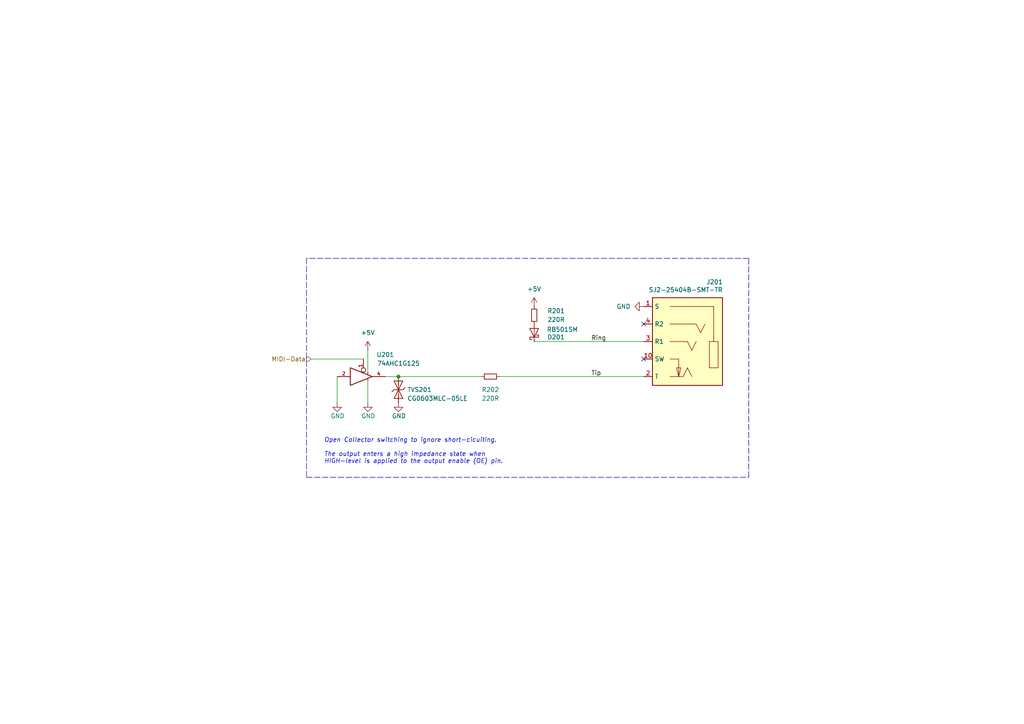
<source format=kicad_sch>
(kicad_sch (version 20250114) (generator "eeschema") (generator_version "9.0")
  (paper "A4")
  (title_block (title "MIDI Out") (date "2025-09-19") (rev "3"))
  (lib_symbols
    (symbol "Device:R_Small" (pin_numbers (hide yes)) (pin_names (offset 0.254) (hide yes))
      (property "Reference" "R" (at 0 0 90))
      (property "Value" "R_Small" (at 1.778 0 90))
      (symbol "R_Small_0_1"
        (rectangle (start -0.762 1.778) (end 0.762 -1.778) (stroke (width 0.2032)))
      )
      (symbol "R_Small_1_1"
        (pin passive line (at 0 2.54 270) (length 0.762) (name "~") (number "1"))
        (pin passive line (at 0 -2.54 90) (length 0.762) (name "~") (number "2"))
      )
    )
    (symbol "V2_74xGxx:74AHC1G125" (pin_names (offset 1.016))
      (property "Reference" "U" (at -8.89 -3.81 0))
      (property "Value" "74AHC1G125" (at -3.81 -6.35 0))
      (symbol "74AHC1G125_0_1"
        (polyline (pts (xy -3.81 2.54) (xy -3.81 -2.54) (xy 2.54 0) (xy -3.81 2.54)) (stroke (width 0.254)))
      )
      (symbol "74AHC1G125_1_1"
        (pin input line (at -7.62 0 0) (length 3.81) (name "") (number "2"))
        (pin input inverted (at 0 5.08 270) (length 3.81) (name "") (number "1"))
        (pin power_in line (at 1.27 1.27 270) (length 0.635) (name "") (number "5"))
        (pin power_in line (at 1.27 -1.27 90) (length 0.635) (name "") (number "3"))
        (pin tri_state line (at 6.35 0 180) (length 3.81) (name "") (number "4"))
      )
    )
    (symbol "V2_Connector_Audio:SJ2-25404B-SMT-TR" (pin_names (offset 0.635))
      (property "Reference" "J" (at -10.1854 15.2654 0))
      (property "Value" "SJ2-25404B-SMT-TR" (at -10.414 -17.78 0))
      (symbol "SJ2-25404B-SMT-TR_0_0"
        (rectangle (start -10.16 12.7) (end 10.16 -12.7) (stroke (width 0.254)) (fill (type background)))
        (polyline (pts (xy -8.89 0) (xy -8.89 -7.62)) (stroke (width 0.1524)))
        (polyline (pts (xy -8.89 -7.62) (xy -6.35 -7.62)) (stroke (width 0.1524)))
        (polyline (pts (xy -7.62 10.16) (xy -7.62 0)) (stroke (width 0.1524)))
        (polyline (pts (xy -7.62 0) (xy -8.89 0)) (stroke (width 0.1524)))
        (polyline (pts (xy -6.35 0) (xy -7.62 0)) (stroke (width 0.1524)))
        (polyline (pts (xy -6.35 -7.62) (xy -6.35 0)) (stroke (width 0.1524)))
        (polyline (pts (xy -3.81 2.54) (xy -5.08 5.08)) (stroke (width 0.1524)))
        (polyline (pts (xy -2.54 5.08) (xy -3.81 2.54)) (stroke (width 0.1524)))
        (polyline (pts (xy -1.27 -2.54) (xy -2.54 0)) (stroke (width 0.1524)))
        (polyline (pts (xy 0 0) (xy -1.27 -2.54)) (stroke (width 0.1524)))
        (polyline (pts (xy 0 -7.62) (xy -1.27 -10.16)) (stroke (width 0.1524)))
        (polyline (pts (xy 1.27 -10.16) (xy 0 -7.62)) (stroke (width 0.1524)))
        (polyline (pts (xy 2.54 -5.08) (xy 2.54 -10.16)) (stroke (width 0.1524)))
        (polyline (pts (xy 2.54 -10.16) (xy 1.27 -10.16)) (stroke (width 0.1524)))
        (polyline (pts (xy 2.54 -10.16) (xy 1.905 -7.62) (xy 3.175 -7.62) (xy 2.54 -10.16)) (stroke (width 0.1524)) (fill (type background)))
        (polyline (pts (xy 5.08 10.16) (xy -7.62 10.16)) (stroke (width 0.1524)))
        (polyline (pts (xy 5.08 5.08) (xy -2.54 5.08)) (stroke (width 0.1524)))
        (polyline (pts (xy 5.08 0) (xy 0 0)) (stroke (width 0.1524)))
        (polyline (pts (xy 5.08 -5.08) (xy 2.54 -5.08)) (stroke (width 0.1524)))
        (polyline (pts (xy 5.08 -10.16) (xy 2.54 -10.16)) (stroke (width 0.1524)))
      )
      (symbol "SJ2-25404B-SMT-TR_1_0"
        (pin passive line (at 12.7 10.16 180) (length 2.54) (name "S") (number "1"))
        (pin passive line (at 12.7 5.08 180) (length 2.54) (name "R2") (number "4"))
        (pin passive line (at 12.7 0 180) (length 2.54) (name "R1") (number "3"))
        (pin passive line (at 12.7 -5.08 180) (length 2.54) (name "SW") (number "10"))
        (pin passive line (at 12.7 -10.16 180) (length 2.54) (name "T") (number "2"))
      )
    )
    (symbol "V2_Diode:CG0603MLC-05LE" (pin_numbers (hide yes)) (pin_names (hide yes))
      (property "Reference" "TVS" (at -1.27 3.81 0))
      (property "Value" "CG0603MLC-05LE" (at 0 -3.81 0))
      (symbol "CG0603MLC-05LE_0_1"
        (polyline (pts (xy -2.54 -1.27) (xy -2.54 1.27) (xy 0 0) (xy -2.54 -1.27)) (stroke (width 0.2032)))
        (polyline (pts (xy 0 1.27) (xy -0.635 1.905) (xy 0 1.27) (xy 0 -1.27) (xy 0.635 -1.905) (xy 0 -1.27)) (stroke (width 0.2032)))
        (polyline (pts (xy 1.27 0) (xy -1.27 0)))
        (polyline (pts (xy 2.54 1.27) (xy 2.54 -1.27) (xy 0 0) (xy 2.54 1.27)) (stroke (width 0.2032)))
      )
      (symbol "CG0603MLC-05LE_1_1"
        (pin passive line (at -3.81 0 0) (length 2.54) (name "K") (number "1"))
        (pin passive line (at 3.81 0 180) (length 2.54) (name "A") (number "2"))
      )
    )
    (symbol "V2_Diode:RB501SM" (pin_numbers (hide yes)) (pin_names (hide yes))
      (property "Reference" "D" (at 0 2.54 0))
      (property "Value" "RB501SM" (at 0 -3.81 0))
      (symbol "RB501SM_0_1"
        (polyline (pts (xy -1.905 0.635) (xy -1.905 1.27) (xy -1.27 1.27) (xy -1.27 -1.27) (xy -0.635 -1.27) (xy -0.635 -0.635)) (stroke (width 0.2032)))
        (polyline (pts (xy 1.27 1.27) (xy 1.27 -1.27) (xy -1.27 0) (xy 1.27 1.27)) (stroke (width 0.2032)))
        (polyline (pts (xy 1.27 0) (xy -1.27 0)))
      )
      (symbol "RB501SM_1_1"
        (pin passive line (at -2.54 0 0) (length 1.27) (name "K") (number "1"))
        (pin passive line (at 2.54 0 180) (length 1.27) (name "A") (number "2"))
      )
    )
    (symbol "power:+5V" (power) (pin_numbers (hide yes)) (pin_names (offset 0) (hide yes))
      (property "Value" "+5V" (at 0 3.556 0))
      (symbol "+5V_0_1"
        (polyline (pts (xy -0.762 1.27) (xy 0 2.54)))
        (polyline (pts (xy 0 2.54) (xy 0.762 1.27)))
        (polyline (pts (xy 0 0) (xy 0 2.54)))
      )
      (symbol "+5V_1_1"
        (pin power_in line (at 0 0 90) (length 0) (name "~") (number "1"))
      )
    )
    (symbol "power:GND" (power) (pin_numbers (hide yes)) (pin_names (offset 0) (hide yes))
      (property "Value" "GND" (at 0 -3.81 0))
      (symbol "GND_0_1"
        (polyline (pts (xy 0 0) (xy 0 -1.27) (xy 1.27 -1.27) (xy 0 -2.54) (xy -1.27 -1.27) (xy 0 -1.27)))
      )
      (symbol "GND_1_1"
        (pin power_in line (at 0 0 270) (length 0) (name "~") (number "1"))
      )
    )
  )
  (text "﻿Open Collector switching to ignore short-cicuiting.\n\nThe output enters a high impedance state when \nHIGH-level is applied to the output enable (OE) pin." (at 93.98 134.62 0) (effects (font (size 1.27 1.27) (italic yes)) (justify left bottom)))
  (junction (at 115.57 109.22))
  (no_connect (at 186.69 104.14))
  (no_connect (at 186.69 93.98))
  (wire (pts (xy 144.78 109.22) (xy 186.69 109.22)))
  (wire (pts (xy 90.17 104.14) (xy 105.41 104.14)))
  (wire (pts (xy 154.94 99.06) (xy 186.69 99.06)))
  (polyline (pts (xy 217.17 74.93) (xy 88.9 74.93)) (stroke (width 0) (type dash)))
  (wire (pts (xy 111.76 109.22) (xy 115.57 109.22)))
  (wire (pts (xy 115.57 109.22) (xy 139.7 109.22)))
  (wire (pts (xy 97.79 109.22) (xy 97.79 116.84)))
  (wire (pts (xy 106.68 110.49) (xy 106.68 116.84)))
  (wire (pts (xy 106.68 101.6) (xy 106.68 107.95)))
  (polyline (pts (xy 217.17 138.43) (xy 217.17 74.93)) (stroke (width 0) (type dash)))
  (polyline (pts (xy 88.9 138.43) (xy 217.17 138.43)) (stroke (width 0) (type dash)))
  (polyline (pts (xy 88.9 74.93) (xy 88.9 138.43)) (stroke (width 0) (type dash)))
  (label "Ring" (at 171.45 99.06 0))
  (label "Tip" (at 171.45 109.22 0))
  (hierarchical_label "MIDI-Data" (shape input) (at 90.17 104.14 180))
  (symbol (lib_id "power:GND") (at 97.79 116.84 0) (unit 1)
    (property "Reference" "#PWR0204" (effects (hide yes)))
    (property "Value" "GND" (at 95.885 120.6499 0) (effects (justify left)))
    (property "Description" "Power symbol creates a global label with name \"GND\" , ground" (effects (hide yes)))
  )
  (symbol (lib_id "power:GND") (at 115.57 116.84 0) (unit 1)
    (property "Reference" "#PWR0206" (effects (hide yes)))
    (property "Value" "GND" (at 113.665 120.6499 0) (effects (justify left)))
    (property "Description" "Power symbol creates a global label with name \"GND\" , ground" (effects (hide yes)))
  )
  (symbol (lib_id "Device:R_Small") (at 142.24 109.22 90) (unit 1)
    (property "Reference" "R202" (at 142.24 113.03 90))
    (property "Value" "220R" (at 142.24 115.57 90))
    (property "Footprint" "Resistor_SMD:R_0603_1608Metric" (effects (hide yes)))
    (property "Description" "Resistor, small symbol" (effects (hide yes)))
  )
  (symbol (lib_id "power:+5V") (at 106.68 101.6 0) (unit 1)
    (property "Reference" "#PWR0203" (effects (hide yes)))
    (property "Value" "+5V" (at 106.68 96.52 0))
    (property "Description" "Power symbol creates a global label with name \"+5V\"" (effects (hide yes)))
  )
  (symbol (lib_id "Device:R_Small") (at 154.94 91.44 180) (unit 1)
    (property "Reference" "R201" (at 161.29 90.17 0))
    (property "Value" "220R" (at 161.29 92.71 0))
    (property "Footprint" "Resistor_SMD:R_0603_1608Metric" (effects (hide yes)))
    (property "Description" "Resistor, small symbol" (effects (hide yes)))
  )
  (symbol (lib_id "power:GND") (at 186.69 88.9 270) (unit 1)
    (property "Reference" "#PWR0202" (effects (hide yes)))
    (property "Value" "GND" (at 182.88 88.9 90) (effects (justify right)))
    (property "Description" "Power symbol creates a global label with name \"GND\" , ground" (effects (hide yes)))
  )
  (symbol (lib_id "power:GND") (at 106.68 116.84 0) (unit 1)
    (property "Reference" "#PWR0205" (effects (hide yes)))
    (property "Value" "GND" (at 104.775 120.6499 0) (effects (justify left)))
    (property "Description" "Power symbol creates a global label with name \"GND\" , ground" (effects (hide yes)))
  )
  (symbol (lib_id "V2_Diode:RB501SM") (at 154.94 96.52 90) (unit 1)
    (property "Reference" "D201" (at 163.83 97.79 90) (effects (justify left)))
    (property "Value" "RB501SM" (at 167.64 95.5676 90) (effects (justify left)))
    (property "Footprint" "Diode_SMD:D_SOD-523" (effects (hide yes)))
    (property "Mouser" "755-RB501SM-30FHT2R" (effects (hide yes)))
    (property "Product" "RB501SM-30FHT2R" (effects (hide yes)))
    (property "Manufacturer" "ROHM Semiconductor" (effects (hide yes)))
  )
  (symbol (lib_id "V2_74xGxx:74AHC1G125") (at 105.41 109.22 0) (unit 1)
    (property "Reference" "U201" (at 111.76 102.87 0))
    (property "Value" "74AHC1G125" (at 115.57 105.41 0))
    (property "Footprint" "Package_TO_SOT_SMD:SOT-23-5" (effects (hide yes)))
    (property "Datasheet" "http://www.ti.com/lit/sg/scyt129e/scyt129e.pdf" (effects (hide yes)))
    (property "Description" "Single Buffer Gate Tri-State, Low-Voltage CMOS" (effects (hide yes)))
    (property "Mouser" "595-SN74AHC1G125DBVR" (effects (hide yes)))
    (property "Product" "SN74AHC1G125DBVR" (effects (hide yes)))
    (property "Manufacturer" "Texas Instruments" (effects (hide yes)))
  )
  (symbol (lib_id "power:+5V") (at 154.94 88.9 0) (unit 1)
    (property "Reference" "#PWR0201" (effects (hide yes)))
    (property "Value" "+5V" (at 154.94 83.82 0))
    (property "Description" "Power symbol creates a global label with name \"+5V\"" (effects (hide yes)))
  )
  (symbol (lib_id "V2_Connector_Audio:SJ2-25404B-SMT-TR") (at 199.39 99.06 0) (mirror y) (unit 1)
    (property "Reference" "J201" (at 207.264 81.788 0))
    (property "Value" "SJ2-25404B-SMT-TR" (at 198.882 84.074 0))
    (property "Footprint" "V2_Connector_Audio:CUI_SJ2-25404B-SMT-TR" (effects (hide yes)))
    (property "Mouser" "490-SJ2-25404BSMT-TR" (effects (hide yes)))
    (property "Product" "SJ2-25404B-SMT-TR" (effects (hide yes)))
    (property "Manufacturer" "Same Sky" (effects (hide yes)))
  )
  (symbol (lib_id "V2_Diode:CG0603MLC-05LE") (at 115.57 113.03 90) (unit 1)
    (property "Reference" "TVS201" (at 118.11 113.03 90) (effects (justify right)))
    (property "Value" "CG0603MLC-05LE" (at 118.11 115.57 90) (effects (justify right)))
    (property "Footprint" "Diode_SMD:D_0603_1608Metric" (effects (hide yes)))
    (property "Mouser" "652-CG0603MLC-05LE" (effects (hide yes)))
    (property "Product" "CG0603MLC-05LE" (effects (hide yes)))
    (property "Manufacturer" "Bourns" (effects (hide yes)))
    (property "Rating" "5V" (effects (hide yes)))
  )
)
</source>
